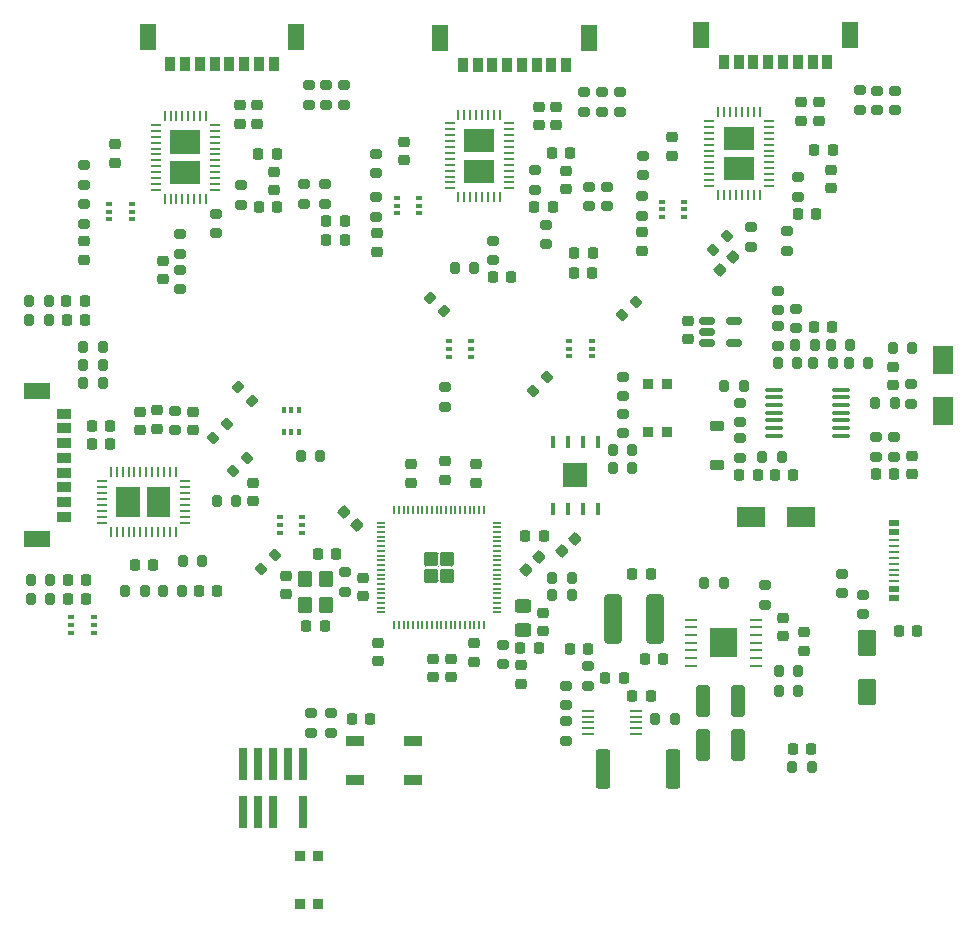
<source format=gtp>
%TF.GenerationSoftware,KiCad,Pcbnew,9.0.1*%
%TF.CreationDate,2025-09-15T20:31:39-05:00*%
%TF.ProjectId,motor_board,6d6f746f-725f-4626-9f61-72642e6b6963,1.2*%
%TF.SameCoordinates,Original*%
%TF.FileFunction,Paste,Top*%
%TF.FilePolarity,Positive*%
%FSLAX46Y46*%
G04 Gerber Fmt 4.6, Leading zero omitted, Abs format (unit mm)*
G04 Created by KiCad (PCBNEW 9.0.1) date 2025-09-15 20:31:39*
%MOMM*%
%LPD*%
G01*
G04 APERTURE LIST*
G04 Aperture macros list*
%AMRoundRect*
0 Rectangle with rounded corners*
0 $1 Rounding radius*
0 $2 $3 $4 $5 $6 $7 $8 $9 X,Y pos of 4 corners*
0 Add a 4 corners polygon primitive as box body*
4,1,4,$2,$3,$4,$5,$6,$7,$8,$9,$2,$3,0*
0 Add four circle primitives for the rounded corners*
1,1,$1+$1,$2,$3*
1,1,$1+$1,$4,$5*
1,1,$1+$1,$6,$7*
1,1,$1+$1,$8,$9*
0 Add four rect primitives between the rounded corners*
20,1,$1+$1,$2,$3,$4,$5,0*
20,1,$1+$1,$4,$5,$6,$7,0*
20,1,$1+$1,$6,$7,$8,$9,0*
20,1,$1+$1,$8,$9,$2,$3,0*%
G04 Aperture macros list end*
%ADD10C,0.000000*%
%ADD11R,1.120140X0.213360*%
%ADD12R,1.617000X1.722000*%
%ADD13RoundRect,0.225000X0.225000X0.250000X-0.225000X0.250000X-0.225000X-0.250000X0.225000X-0.250000X0*%
%ADD14RoundRect,0.225000X-0.225000X-0.250000X0.225000X-0.250000X0.225000X0.250000X-0.225000X0.250000X0*%
%ADD15RoundRect,0.200000X0.275000X-0.200000X0.275000X0.200000X-0.275000X0.200000X-0.275000X-0.200000X0*%
%ADD16RoundRect,0.225000X0.250000X-0.225000X0.250000X0.225000X-0.250000X0.225000X-0.250000X-0.225000X0*%
%ADD17RoundRect,0.200000X0.200000X0.275000X-0.200000X0.275000X-0.200000X-0.275000X0.200000X-0.275000X0*%
%ADD18RoundRect,0.200000X-0.200000X-0.275000X0.200000X-0.275000X0.200000X0.275000X-0.200000X0.275000X0*%
%ADD19RoundRect,0.250000X0.362500X1.425000X-0.362500X1.425000X-0.362500X-1.425000X0.362500X-1.425000X0*%
%ADD20RoundRect,0.333000X0.417000X1.767000X-0.417000X1.767000X-0.417000X-1.767000X0.417000X-1.767000X0*%
%ADD21RoundRect,0.250000X-0.325000X-1.100000X0.325000X-1.100000X0.325000X1.100000X-0.325000X1.100000X0*%
%ADD22R,1.137920X0.211328*%
%ADD23R,0.920000X0.480000*%
%ADD24R,0.920000X0.240000*%
%ADD25RoundRect,0.218750X0.218750X0.256250X-0.218750X0.256250X-0.218750X-0.256250X0.218750X-0.256250X0*%
%ADD26RoundRect,0.225000X0.335876X0.017678X0.017678X0.335876X-0.335876X-0.017678X-0.017678X-0.335876X0*%
%ADD27RoundRect,0.225000X-0.250000X0.225000X-0.250000X-0.225000X0.250000X-0.225000X0.250000X0.225000X0*%
%ADD28RoundRect,0.200000X-0.275000X0.200000X-0.275000X-0.200000X0.275000X-0.200000X0.275000X0.200000X0*%
%ADD29R,0.242473X0.906066*%
%ADD30R,0.906066X0.242473*%
%ADD31RoundRect,0.150000X-0.512500X-0.150000X0.512500X-0.150000X0.512500X0.150000X-0.512500X0.150000X0*%
%ADD32R,0.600000X0.400000*%
%ADD33RoundRect,0.168300X0.596700X-0.936700X0.596700X0.936700X-0.596700X0.936700X-0.596700X-0.936700X0*%
%ADD34RoundRect,0.218750X0.256250X-0.218750X0.256250X0.218750X-0.256250X0.218750X-0.256250X-0.218750X0*%
%ADD35RoundRect,0.200000X-0.053033X0.335876X-0.335876X0.053033X0.053033X-0.335876X0.335876X-0.053033X0*%
%ADD36RoundRect,0.090000X-0.660000X-0.360000X0.660000X-0.360000X0.660000X0.360000X-0.660000X0.360000X0*%
%ADD37R,0.740000X2.790000*%
%ADD38RoundRect,0.250000X-0.450000X0.325000X-0.450000X-0.325000X0.450000X-0.325000X0.450000X0.325000X0*%
%ADD39R,0.900000X0.900000*%
%ADD40R,0.838200X1.295400*%
%ADD41R,1.397000X2.260600*%
%ADD42R,0.400000X0.600000*%
%ADD43RoundRect,0.250000X-0.350000X0.450000X-0.350000X-0.450000X0.350000X-0.450000X0.350000X0.450000X0*%
%ADD44RoundRect,0.200000X0.053033X-0.335876X0.335876X-0.053033X-0.053033X0.335876X-0.335876X0.053033X0*%
%ADD45RoundRect,0.100000X0.637500X0.100000X-0.637500X0.100000X-0.637500X-0.100000X0.637500X-0.100000X0*%
%ADD46R,0.450000X1.050000*%
%ADD47R,2.100000X2.100000*%
%ADD48RoundRect,0.225000X0.017678X-0.335876X0.335876X-0.017678X-0.017678X0.335876X-0.335876X0.017678X0*%
%ADD49R,2.350000X1.700000*%
%ADD50RoundRect,0.200000X0.335876X0.053033X0.053033X0.335876X-0.335876X-0.053033X-0.053033X-0.335876X0*%
%ADD51R,1.700000X2.350000*%
%ADD52RoundRect,0.225000X-0.375000X0.225000X-0.375000X-0.225000X0.375000X-0.225000X0.375000X0.225000X0*%
%ADD53RoundRect,0.250000X-0.350000X0.350000X-0.350000X-0.350000X0.350000X-0.350000X0.350000X0.350000X0*%
%ADD54RoundRect,0.044000X-0.044000X-0.268000X0.044000X-0.268000X0.044000X0.268000X-0.044000X0.268000X0*%
%ADD55RoundRect,0.044000X-0.268000X0.044000X-0.268000X-0.044000X0.268000X-0.044000X0.268000X0.044000X0*%
%ADD56R,0.000001X0.000001*%
%ADD57R,1.295400X0.838200*%
%ADD58R,2.260600X1.397000*%
%ADD59RoundRect,0.225000X-0.017678X0.335876X-0.335876X0.017678X0.017678X-0.335876X0.335876X-0.017678X0*%
G04 APERTURE END LIST*
D10*
G36*
X166391004Y-118020000D02*
G01*
X164081004Y-118020000D01*
X164081004Y-115560000D01*
X166391004Y-115560000D01*
X166391004Y-118020000D01*
G37*
G36*
X115805771Y-106161631D02*
G01*
X113838371Y-106161631D01*
X113838371Y-103605095D01*
X115805771Y-103605095D01*
X115805771Y-106161631D01*
G37*
G36*
X118394905Y-106161631D02*
G01*
X116427505Y-106161631D01*
X116427505Y-103605095D01*
X118394905Y-103605095D01*
X118394905Y-106161631D01*
G37*
G36*
X145825400Y-75266067D02*
G01*
X143268864Y-75266067D01*
X143268864Y-73298667D01*
X145825400Y-73298667D01*
X145825400Y-75266067D01*
G37*
G36*
X145825400Y-77855201D02*
G01*
X143268864Y-77855201D01*
X143268864Y-75887801D01*
X145825400Y-75887801D01*
X145825400Y-77855201D01*
G37*
G36*
X167825400Y-75066067D02*
G01*
X165268864Y-75066067D01*
X165268864Y-73098667D01*
X167825400Y-73098667D01*
X167825400Y-75066067D01*
G37*
G36*
X167825400Y-77655201D02*
G01*
X165268864Y-77655201D01*
X165268864Y-75687801D01*
X167825400Y-75687801D01*
X167825400Y-77655201D01*
G37*
G36*
X120950400Y-75391067D02*
G01*
X118393864Y-75391067D01*
X118393864Y-73423667D01*
X120950400Y-73423667D01*
X120950400Y-75391067D01*
G37*
G36*
X120950400Y-77980201D02*
G01*
X118393864Y-77980201D01*
X118393864Y-76012801D01*
X120950400Y-76012801D01*
X120950400Y-77980201D01*
G37*
D11*
X168004604Y-118740034D03*
X168004604Y-118090021D03*
X168004604Y-117440012D03*
X168004604Y-116790000D03*
X168004604Y-116139988D03*
X168004604Y-115489979D03*
X168004604Y-114839966D03*
X162467404Y-114839966D03*
X162467404Y-115489979D03*
X162467404Y-116139988D03*
X162467404Y-116790000D03*
X162467404Y-117440012D03*
X162467404Y-118090021D03*
X162467404Y-118740034D03*
D12*
X165236004Y-116790000D03*
D13*
X159069100Y-110973900D03*
X157519100Y-110973900D03*
D14*
X152225000Y-117300000D03*
X153775000Y-117300000D03*
X158603600Y-118152400D03*
X160153600Y-118152400D03*
D15*
X168776600Y-113579900D03*
X168776600Y-111929900D03*
D16*
X170237100Y-116260400D03*
X170237100Y-114710400D03*
D14*
X180100000Y-115800000D03*
X181650000Y-115800000D03*
D17*
X171570100Y-119168400D03*
X169920100Y-119168400D03*
D16*
X172015100Y-117466900D03*
X172015100Y-115916900D03*
D18*
X163619100Y-111773900D03*
X165269100Y-111773900D03*
X169920100Y-120882900D03*
X171570100Y-120882900D03*
D19*
X160962500Y-127500000D03*
X155037500Y-127500000D03*
D20*
X159464100Y-114786900D03*
X155864100Y-114786900D03*
D21*
X163507004Y-121743000D03*
X166457004Y-121743000D03*
X163507004Y-125454900D03*
X166457004Y-125454900D03*
D17*
X161119100Y-123223900D03*
X159469100Y-123223900D03*
D22*
X157838800Y-124549901D03*
X157838800Y-124049899D03*
X157838800Y-123549900D03*
X157838800Y-123049901D03*
X157838800Y-122549899D03*
X153749400Y-122549899D03*
X153749400Y-123049901D03*
X153749400Y-123549900D03*
X153749400Y-124049899D03*
X153749400Y-124549901D03*
D14*
X157519100Y-121323900D03*
X159069100Y-121323900D03*
D23*
X179660000Y-113050000D03*
X179660000Y-112250000D03*
D24*
X179660000Y-111100000D03*
X179660000Y-110100000D03*
X179660000Y-109600000D03*
X179660000Y-108600000D03*
D23*
X179660000Y-107450000D03*
X179660000Y-106650000D03*
D24*
X179660000Y-108100000D03*
X179660000Y-109100000D03*
X179660000Y-110600000D03*
X179660000Y-111600000D03*
D25*
X154147500Y-83840000D03*
X152572500Y-83840000D03*
D26*
X134217108Y-106846908D03*
X133121092Y-105750892D03*
D14*
X125897132Y-79926933D03*
X127447132Y-79926933D03*
D27*
X140650000Y-118175000D03*
X140650000Y-119725000D03*
D16*
X115823592Y-98815914D03*
X115823592Y-97265914D03*
D15*
X158400000Y-77225000D03*
X158400000Y-75575000D03*
D14*
X125847132Y-75451933D03*
X127397132Y-75451933D03*
D28*
X122300000Y-80475000D03*
X122300000Y-82125000D03*
D18*
X150719100Y-112773900D03*
X152369100Y-112773900D03*
D17*
X181219100Y-91873900D03*
X179569100Y-91873900D03*
D28*
X124397132Y-78051933D03*
X124397132Y-79701933D03*
D27*
X160847132Y-74001933D03*
X160847132Y-75551933D03*
D16*
X141694100Y-102998900D03*
X141694100Y-101448900D03*
D17*
X116225000Y-112400000D03*
X114575000Y-112400000D03*
D29*
X118866637Y-102380330D03*
X118366638Y-102380330D03*
X117866636Y-102380330D03*
X117366637Y-102380330D03*
X116866638Y-102380330D03*
X116366637Y-102380330D03*
X115866637Y-102380330D03*
X115366636Y-102380330D03*
X114866637Y-102380330D03*
X114366638Y-102380330D03*
X113866636Y-102380330D03*
X113366637Y-102380330D03*
D30*
X112613604Y-103133364D03*
X112613604Y-103633363D03*
X112613604Y-104133362D03*
X112613604Y-104633363D03*
X112613604Y-105133363D03*
X112613604Y-105633364D03*
X112613604Y-106133363D03*
X112613604Y-106633362D03*
D29*
X113366637Y-107386396D03*
X113866636Y-107386396D03*
X114366638Y-107386396D03*
X114866637Y-107386396D03*
X115366636Y-107386396D03*
X115866637Y-107386396D03*
X116366637Y-107386396D03*
X116866638Y-107386396D03*
X117366637Y-107386396D03*
X117866636Y-107386396D03*
X118366638Y-107386396D03*
X118866637Y-107386396D03*
D30*
X119619670Y-106633362D03*
X119619670Y-106133363D03*
X119619670Y-105633364D03*
X119619670Y-105133363D03*
X119619670Y-104633363D03*
X119619670Y-104133362D03*
X119619670Y-103633363D03*
X119619670Y-103133364D03*
D15*
X166594100Y-98148900D03*
X166594100Y-96498900D03*
D14*
X111773592Y-98465914D03*
X113323592Y-98465914D03*
D31*
X163862500Y-89550000D03*
X163862500Y-90500000D03*
X163862500Y-91450000D03*
X166137500Y-91450000D03*
X166137500Y-89550000D03*
D28*
X119222132Y-85201933D03*
X119222132Y-86851933D03*
D18*
X150719100Y-111273900D03*
X152369100Y-111273900D03*
D32*
X110020000Y-114650000D03*
X110020000Y-115300000D03*
X110020000Y-115950000D03*
X111920000Y-115950000D03*
X111920000Y-115300000D03*
X111920000Y-114650000D03*
D16*
X125438605Y-104836395D03*
X125438605Y-103286395D03*
D18*
X117775000Y-112400000D03*
X119425000Y-112400000D03*
X106475000Y-87860000D03*
X108125000Y-87860000D03*
D17*
X170169100Y-101073900D03*
X168519100Y-101073900D03*
X112688605Y-93261395D03*
X111038605Y-93261395D03*
D15*
X177032000Y-114387000D03*
X177032000Y-112737000D03*
D27*
X125757132Y-71301933D03*
X125757132Y-72851933D03*
D15*
X176797132Y-71676933D03*
X176797132Y-70026933D03*
D18*
X169819100Y-93073900D03*
X171469100Y-93073900D03*
D28*
X170600000Y-81975000D03*
X170600000Y-83625000D03*
D18*
X172819100Y-93073900D03*
X174469100Y-93073900D03*
D33*
X177400000Y-116850000D03*
X177400000Y-120950000D03*
D27*
X113747132Y-74601933D03*
X113747132Y-76151933D03*
D13*
X132444100Y-109323900D03*
X130894100Y-109323900D03*
D28*
X156710000Y-94275000D03*
X156710000Y-95925000D03*
D30*
X147050165Y-78326933D03*
X147050165Y-77826934D03*
X147050165Y-77326932D03*
X147050165Y-76826933D03*
X147050165Y-76326934D03*
X147050165Y-75826933D03*
X147050165Y-75326933D03*
X147050165Y-74826932D03*
X147050165Y-74326933D03*
X147050165Y-73826934D03*
X147050165Y-73326932D03*
X147050165Y-72826933D03*
D29*
X146297131Y-72073900D03*
X145797132Y-72073900D03*
X145297133Y-72073900D03*
X144797132Y-72073900D03*
X144297132Y-72073900D03*
X143797131Y-72073900D03*
X143297132Y-72073900D03*
X142797133Y-72073900D03*
D30*
X142044099Y-72826933D03*
X142044099Y-73326932D03*
X142044099Y-73826934D03*
X142044099Y-74326933D03*
X142044099Y-74826932D03*
X142044099Y-75326933D03*
X142044099Y-75826933D03*
X142044099Y-76326934D03*
X142044099Y-76826933D03*
X142044099Y-77326932D03*
X142044099Y-77826934D03*
X142044099Y-78326933D03*
D29*
X142797133Y-79079966D03*
X143297132Y-79079966D03*
X143797131Y-79079966D03*
X144297132Y-79079966D03*
X144797132Y-79079966D03*
X145297133Y-79079966D03*
X145797132Y-79079966D03*
X146297131Y-79079966D03*
D28*
X158300000Y-78975000D03*
X158300000Y-80625000D03*
D27*
X173322132Y-71051933D03*
X173322132Y-72601933D03*
X128200000Y-111125000D03*
X128200000Y-112675000D03*
D18*
X175819100Y-93073900D03*
X177469100Y-93073900D03*
D13*
X174419100Y-90073900D03*
X172869100Y-90073900D03*
D17*
X157519100Y-100473900D03*
X155869100Y-100473900D03*
D16*
X144294100Y-103248900D03*
X144294100Y-101698900D03*
D14*
X111773592Y-99965914D03*
X113323592Y-99965914D03*
D16*
X138794100Y-103248900D03*
X138794100Y-101698900D03*
D28*
X169844100Y-89998900D03*
X169844100Y-91648900D03*
D25*
X111185000Y-89510000D03*
X109610000Y-89510000D03*
D28*
X178112850Y-99398900D03*
X178112850Y-101048900D03*
D18*
X122338605Y-104786395D03*
X123988605Y-104786395D03*
D34*
X111100000Y-84387500D03*
X111100000Y-82812500D03*
D27*
X135994100Y-116798900D03*
X135994100Y-118348900D03*
D13*
X131469100Y-115373900D03*
X129919100Y-115373900D03*
D15*
X130122132Y-71251933D03*
X130122132Y-69601933D03*
D17*
X121090000Y-109870000D03*
X119440000Y-109870000D03*
D13*
X171119100Y-102573900D03*
X169569100Y-102573900D03*
D27*
X134750000Y-111298900D03*
X134750000Y-112848900D03*
D18*
X106590000Y-113070000D03*
X108240000Y-113070000D03*
D28*
X119222132Y-82201933D03*
X119222132Y-83851933D03*
D35*
X165530495Y-82368570D03*
X164363769Y-83535296D03*
D36*
X134044100Y-125123900D03*
X134044100Y-128423900D03*
X138944100Y-128423900D03*
X138944100Y-125123900D03*
D14*
X166569100Y-102573900D03*
X168119100Y-102573900D03*
D27*
X179619100Y-93448900D03*
X179619100Y-94998900D03*
D17*
X131090000Y-100970000D03*
X129440000Y-100970000D03*
D14*
X150719100Y-75323900D03*
X152269100Y-75323900D03*
D32*
X139450000Y-80430000D03*
X139450000Y-79780000D03*
X139450000Y-79130000D03*
X137550000Y-79130000D03*
X137550000Y-79780000D03*
X137550000Y-80430000D03*
D34*
X135900000Y-83687500D03*
X135900000Y-82112500D03*
D14*
X149219100Y-79873900D03*
X150769100Y-79873900D03*
D17*
X112698592Y-94765914D03*
X111048592Y-94765914D03*
D14*
X172922132Y-75076933D03*
X174472132Y-75076933D03*
D28*
X181119100Y-94898900D03*
X181119100Y-96548900D03*
D27*
X162200000Y-89550000D03*
X162200000Y-91100000D03*
D15*
X175300000Y-112600000D03*
X175300000Y-110950000D03*
D37*
X124547500Y-131141400D03*
X124547500Y-127071400D03*
X125817500Y-131141400D03*
X125817500Y-127071400D03*
X127087500Y-131141400D03*
X127087500Y-127071400D03*
X128357500Y-127071400D03*
X129627500Y-131141400D03*
X129627500Y-127071400D03*
D38*
X148294100Y-113648900D03*
X148294100Y-115698900D03*
D15*
X146594100Y-118598900D03*
X146594100Y-116948900D03*
D28*
X149244100Y-76798900D03*
X149244100Y-78448900D03*
X153820000Y-78210000D03*
X153820000Y-79860000D03*
D25*
X111285000Y-113080000D03*
X109710000Y-113080000D03*
D39*
X158844100Y-94873900D03*
X158844100Y-98973900D03*
X160444100Y-94873900D03*
X160444100Y-98973900D03*
D40*
X151919100Y-67868100D03*
X150669100Y-67868100D03*
X149419100Y-67868100D03*
X148169100Y-67868100D03*
X146919100Y-67868100D03*
X145669100Y-67868100D03*
X144419100Y-67868100D03*
X143169100Y-67868100D03*
D41*
X141269099Y-65573210D03*
X153819101Y-65573210D03*
D14*
X171522132Y-80476933D03*
X173072132Y-80476933D03*
D25*
X133165000Y-82690000D03*
X131590000Y-82690000D03*
D15*
X154919100Y-71848900D03*
X154919100Y-70198900D03*
X118800000Y-98825000D03*
X118800000Y-97175000D03*
D17*
X144119100Y-85073900D03*
X142469100Y-85073900D03*
D15*
X131622132Y-71251933D03*
X131622132Y-69601933D03*
X179644100Y-101048900D03*
X179644100Y-99398900D03*
D14*
X148044100Y-117273900D03*
X149594100Y-117273900D03*
D17*
X179719100Y-96473900D03*
X178069100Y-96473900D03*
D13*
X179669100Y-102473900D03*
X178119100Y-102473900D03*
D17*
X112688605Y-91761395D03*
X111038605Y-91761395D03*
D18*
X174319100Y-91573900D03*
X175969100Y-91573900D03*
D27*
X148069100Y-118723900D03*
X148069100Y-120273900D03*
D15*
X133097132Y-71251933D03*
X133097132Y-69601933D03*
X132044100Y-124436400D03*
X132044100Y-122786400D03*
D28*
X156710000Y-97390000D03*
X156710000Y-99040000D03*
D15*
X135800000Y-77025000D03*
X135800000Y-75375000D03*
D27*
X124297132Y-71301933D03*
X124297132Y-72851933D03*
D28*
X171547132Y-77401933D03*
X171547132Y-79051933D03*
D42*
X129300000Y-97080000D03*
X128650000Y-97080000D03*
X128000000Y-97080000D03*
X128000000Y-98980000D03*
X128650000Y-98980000D03*
X129300000Y-98980000D03*
D28*
X153800000Y-118775000D03*
X153800000Y-120425000D03*
D18*
X106590000Y-111470000D03*
X108240000Y-111470000D03*
D27*
X171822132Y-71051933D03*
X171822132Y-72601933D03*
D32*
X161900000Y-80760000D03*
X161900000Y-80110000D03*
X161900000Y-79460000D03*
X160000000Y-79460000D03*
X160000000Y-80110000D03*
X160000000Y-80760000D03*
D18*
X171075000Y-127300000D03*
X172725000Y-127300000D03*
D32*
X154080000Y-92550000D03*
X154080000Y-91900000D03*
X154080000Y-91250000D03*
X152180000Y-91250000D03*
X152180000Y-91900000D03*
X152180000Y-92550000D03*
D28*
X169844100Y-86998900D03*
X169844100Y-88648900D03*
D17*
X166969100Y-95023900D03*
X165319100Y-95023900D03*
D32*
X115120000Y-80940000D03*
X115120000Y-80290000D03*
X115120000Y-79640000D03*
X113220000Y-79640000D03*
X113220000Y-80290000D03*
X113220000Y-80940000D03*
D13*
X150019100Y-107723900D03*
X148469100Y-107723900D03*
D43*
X129844100Y-111373900D03*
X129844100Y-113573900D03*
X131544100Y-113573900D03*
X131544100Y-111373900D03*
D25*
X133165000Y-81050000D03*
X131590000Y-81050000D03*
D28*
X150200000Y-81400000D03*
X150200000Y-83050000D03*
D32*
X127690000Y-106180000D03*
X127690000Y-106830000D03*
X127690000Y-107480000D03*
X129590000Y-107480000D03*
X129590000Y-106830000D03*
X129590000Y-106180000D03*
D27*
X127197132Y-76926933D03*
X127197132Y-78476933D03*
D44*
X156683274Y-89086726D03*
X157850000Y-87920000D03*
D45*
X175206600Y-99273900D03*
X175206600Y-98623900D03*
X175206600Y-97973900D03*
X175206600Y-97323900D03*
X175206600Y-96673900D03*
X175206600Y-96023900D03*
X175206600Y-95373900D03*
X169481600Y-95373900D03*
X169481600Y-96023900D03*
X169481600Y-96673900D03*
X169481600Y-97323900D03*
X169481600Y-97973900D03*
X169481600Y-98623900D03*
X169481600Y-99273900D03*
D27*
X142150000Y-118175000D03*
X142150000Y-119725000D03*
D46*
X154599100Y-99773900D03*
X153329100Y-99773900D03*
X152059100Y-99773900D03*
X150789100Y-99773900D03*
X150789100Y-105473900D03*
X152059100Y-105473900D03*
X153329100Y-105473900D03*
X154599100Y-105473900D03*
D47*
X152694100Y-102623900D03*
D14*
X133794100Y-123273900D03*
X135344100Y-123273900D03*
D15*
X133194100Y-112498900D03*
X133194100Y-110848900D03*
D27*
X117747132Y-84476933D03*
X117747132Y-86026933D03*
D40*
X174022132Y-67651933D03*
X172772132Y-67651933D03*
X171522132Y-67651933D03*
X170272132Y-67651933D03*
X169022132Y-67651933D03*
X167772132Y-67651933D03*
X166522132Y-67651933D03*
X165272132Y-67651933D03*
D41*
X163372131Y-65357043D03*
X175922133Y-65357043D03*
D30*
X169050165Y-78126933D03*
X169050165Y-77626934D03*
X169050165Y-77126932D03*
X169050165Y-76626933D03*
X169050165Y-76126934D03*
X169050165Y-75626933D03*
X169050165Y-75126933D03*
X169050165Y-74626932D03*
X169050165Y-74126933D03*
X169050165Y-73626934D03*
X169050165Y-73126932D03*
X169050165Y-72626933D03*
D29*
X168297131Y-71873900D03*
X167797132Y-71873900D03*
X167297133Y-71873900D03*
X166797132Y-71873900D03*
X166297132Y-71873900D03*
X165797131Y-71873900D03*
X165297132Y-71873900D03*
X164797133Y-71873900D03*
D30*
X164044099Y-72626933D03*
X164044099Y-73126932D03*
X164044099Y-73626934D03*
X164044099Y-74126933D03*
X164044099Y-74626932D03*
X164044099Y-75126933D03*
X164044099Y-75626933D03*
X164044099Y-76126934D03*
X164044099Y-76626933D03*
X164044099Y-77126932D03*
X164044099Y-77626934D03*
X164044099Y-78126933D03*
D29*
X164797133Y-78879966D03*
X165297132Y-78879966D03*
X165797131Y-78879966D03*
X166297132Y-78879966D03*
X166797132Y-78879966D03*
X167297133Y-78879966D03*
X167797132Y-78879966D03*
X168297131Y-78879966D03*
D48*
X148546092Y-110596908D03*
X149642108Y-109500892D03*
D28*
X155360000Y-78210000D03*
X155360000Y-79860000D03*
D39*
X130940425Y-138957500D03*
X130940425Y-134857500D03*
X129340425Y-138957500D03*
X129340425Y-134857500D03*
D49*
X171824861Y-106160000D03*
X167524861Y-106160000D03*
D25*
X156800000Y-119800000D03*
X155225000Y-119800000D03*
D50*
X125330000Y-96300000D03*
X124163274Y-95133274D03*
D32*
X143860000Y-92570000D03*
X143860000Y-91920000D03*
X143860000Y-91270000D03*
X141960000Y-91270000D03*
X141960000Y-91920000D03*
X141960000Y-92570000D03*
D18*
X106470000Y-89510000D03*
X108120000Y-89510000D03*
D15*
X111100000Y-78025000D03*
X111100000Y-76375000D03*
X179747132Y-71701933D03*
X179747132Y-70051933D03*
D14*
X115388605Y-110186395D03*
X116938605Y-110186395D03*
D51*
X183844100Y-92873900D03*
X183844100Y-97173900D03*
D14*
X145719100Y-85823900D03*
X147269100Y-85823900D03*
D28*
X131530000Y-77980000D03*
X131530000Y-79630000D03*
D27*
X149994100Y-114248900D03*
X149994100Y-115798900D03*
D50*
X141533363Y-88743363D03*
X140366637Y-87576637D03*
D18*
X171319100Y-91573900D03*
X172969100Y-91573900D03*
D25*
X111175000Y-87860000D03*
X109600000Y-87860000D03*
D27*
X151894100Y-76848900D03*
X151894100Y-78398900D03*
D15*
X141670000Y-96825000D03*
X141670000Y-95175000D03*
D25*
X172662500Y-125773900D03*
X171087500Y-125773900D03*
D27*
X181169100Y-100948900D03*
X181169100Y-102498900D03*
X138194100Y-74398900D03*
X138194100Y-75948900D03*
D30*
X122175165Y-78451933D03*
X122175165Y-77951934D03*
X122175165Y-77451932D03*
X122175165Y-76951933D03*
X122175165Y-76451934D03*
X122175165Y-75951933D03*
X122175165Y-75451933D03*
X122175165Y-74951932D03*
X122175165Y-74451933D03*
X122175165Y-73951934D03*
X122175165Y-73451932D03*
X122175165Y-72951933D03*
D29*
X121422131Y-72198900D03*
X120922132Y-72198900D03*
X120422133Y-72198900D03*
X119922132Y-72198900D03*
X119422132Y-72198900D03*
X118922131Y-72198900D03*
X118422132Y-72198900D03*
X117922133Y-72198900D03*
D30*
X117169099Y-72951933D03*
X117169099Y-73451932D03*
X117169099Y-73951934D03*
X117169099Y-74451933D03*
X117169099Y-74951932D03*
X117169099Y-75451933D03*
X117169099Y-75951933D03*
X117169099Y-76451934D03*
X117169099Y-76951933D03*
X117169099Y-77451932D03*
X117169099Y-77951934D03*
X117169099Y-78451933D03*
D29*
X117922133Y-79204966D03*
X118422132Y-79204966D03*
X118922131Y-79204966D03*
X119422132Y-79204966D03*
X119922132Y-79204966D03*
X120422133Y-79204966D03*
X120922132Y-79204966D03*
X121422131Y-79204966D03*
D34*
X158300000Y-83587500D03*
X158300000Y-82012500D03*
D27*
X174297132Y-76751933D03*
X174297132Y-78301933D03*
D28*
X167597132Y-81601933D03*
X167597132Y-83251933D03*
X166594100Y-99498900D03*
X166594100Y-101148900D03*
X171344100Y-88498900D03*
X171344100Y-90148900D03*
D15*
X178272132Y-71701933D03*
X178272132Y-70051933D03*
X153394100Y-71848900D03*
X153394100Y-70198900D03*
D27*
X144144100Y-116848900D03*
X144144100Y-118398900D03*
D16*
X117300000Y-98675000D03*
X117300000Y-97125000D03*
D28*
X135800000Y-79075000D03*
X135800000Y-80725000D03*
X129690000Y-77980000D03*
X129690000Y-79630000D03*
X151894100Y-123448900D03*
X151894100Y-125098900D03*
D18*
X155869100Y-101973900D03*
X157519100Y-101973900D03*
D28*
X111100000Y-79675000D03*
X111100000Y-81325000D03*
D52*
X164644100Y-98473900D03*
X164644100Y-101773900D03*
D27*
X149584100Y-71398900D03*
X149584100Y-72948900D03*
D44*
X126056637Y-110553363D03*
X127223363Y-109386637D03*
D16*
X120300000Y-98775000D03*
X120300000Y-97225000D03*
D25*
X154142500Y-85470000D03*
X152567500Y-85470000D03*
D53*
X141844100Y-109723900D03*
X140444100Y-109723900D03*
X141844100Y-111123900D03*
X140444100Y-111123900D03*
D54*
X144944100Y-105527400D03*
X144544100Y-105527400D03*
X144144100Y-105527400D03*
X143744100Y-105527400D03*
X143344100Y-105527400D03*
X142944100Y-105527400D03*
X142544100Y-105527400D03*
X142144100Y-105527400D03*
X141744100Y-105527400D03*
X141344100Y-105527400D03*
X140944100Y-105527400D03*
X140544100Y-105527400D03*
X140144100Y-105527400D03*
X139744100Y-105527400D03*
X139344100Y-105527400D03*
X138944100Y-105527400D03*
X138544100Y-105527400D03*
X138144100Y-105527400D03*
X137744100Y-105527400D03*
X137344100Y-105527400D03*
D55*
X136247600Y-106623900D03*
X136247600Y-107023900D03*
X136247600Y-107423900D03*
X136247600Y-107823900D03*
X136247600Y-108223900D03*
X136247600Y-108623900D03*
X136247600Y-109023900D03*
X136247600Y-109423900D03*
X136247600Y-109823900D03*
X136247600Y-110223900D03*
X136247600Y-110623900D03*
X136247600Y-111023900D03*
X136247600Y-111423900D03*
X136247600Y-111823900D03*
X136247600Y-112223900D03*
X136247600Y-112623900D03*
X136247600Y-113023900D03*
X136247600Y-113423900D03*
X136247600Y-113823900D03*
X136247600Y-114223900D03*
D54*
X137344100Y-115320400D03*
X137744100Y-115320400D03*
X138144100Y-115320400D03*
X138544100Y-115320400D03*
X138944100Y-115320400D03*
X139344100Y-115320400D03*
X139744100Y-115320400D03*
X140144100Y-115320400D03*
X140544100Y-115320400D03*
X140944100Y-115320400D03*
X141344100Y-115320400D03*
X141744100Y-115320400D03*
X142144100Y-115320400D03*
X142544100Y-115320400D03*
X142944100Y-115320400D03*
X143344100Y-115320400D03*
X143744100Y-115320400D03*
X144144100Y-115320400D03*
X144544100Y-115320400D03*
X144944100Y-115320400D03*
D55*
X146040600Y-114223900D03*
X146040600Y-113823900D03*
X146040600Y-113423900D03*
X146040600Y-113023900D03*
X146040600Y-112623900D03*
X146040600Y-112223900D03*
X146040600Y-111823900D03*
X146040600Y-111423900D03*
X146040600Y-111023900D03*
X146040600Y-110623900D03*
X146040600Y-110223900D03*
X146040600Y-109823900D03*
X146040600Y-109423900D03*
X146040600Y-109023900D03*
X146040600Y-108623900D03*
X146040600Y-108223900D03*
X146040600Y-107823900D03*
X146040600Y-107423900D03*
X146040600Y-107023900D03*
X146040600Y-106623900D03*
D56*
X142277433Y-109290567D03*
X141144100Y-109290567D03*
X140010767Y-109290567D03*
X142277433Y-110423900D03*
X141144100Y-110423900D03*
X140010767Y-110423900D03*
X142277433Y-111557233D03*
X141144100Y-111557233D03*
X140010767Y-111557233D03*
D28*
X145744100Y-82748900D03*
X145744100Y-84398900D03*
D44*
X122016637Y-99483363D03*
X123183363Y-98316637D03*
D57*
X109373592Y-97390914D03*
X109373592Y-98640914D03*
X109373592Y-99890914D03*
X109373592Y-101140914D03*
X109373592Y-102390914D03*
X109373592Y-103640914D03*
X109373592Y-104890914D03*
X109373592Y-106140914D03*
D58*
X107078702Y-108040915D03*
X107078702Y-95490913D03*
D44*
X123716637Y-102283363D03*
X124883363Y-101116637D03*
D59*
X152692108Y-107975892D03*
X151596092Y-109071908D03*
D40*
X127147132Y-67796133D03*
X125897132Y-67796133D03*
X124647132Y-67796133D03*
X123397132Y-67796133D03*
X122147132Y-67796133D03*
X120897132Y-67796133D03*
X119647132Y-67796133D03*
X118397132Y-67796133D03*
D41*
X116497131Y-65501243D03*
X129047133Y-65501243D03*
D44*
X149143274Y-95456726D03*
X150310000Y-94290000D03*
D27*
X151094100Y-71398900D03*
X151094100Y-72948900D03*
D25*
X111285000Y-111470000D03*
X109710000Y-111470000D03*
D15*
X130294100Y-124436400D03*
X130294100Y-122786400D03*
X151894100Y-122098900D03*
X151894100Y-120448900D03*
X156444100Y-71848900D03*
X156444100Y-70198900D03*
D25*
X122387500Y-112400000D03*
X120812500Y-112400000D03*
D59*
X166020140Y-84103925D03*
X164924124Y-85199941D03*
M02*

</source>
